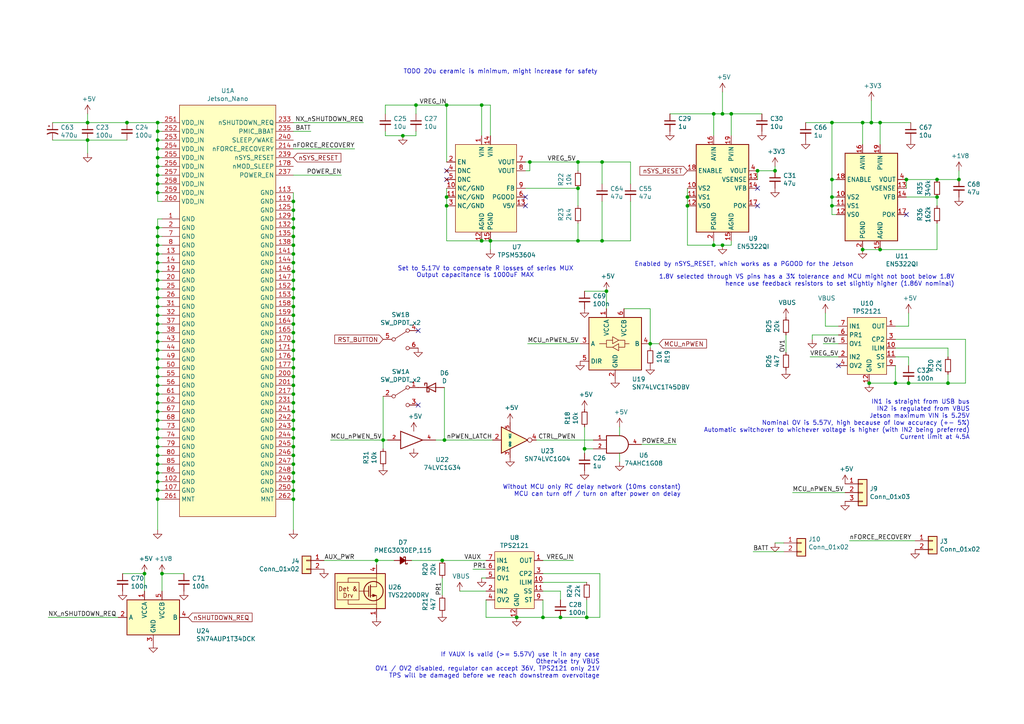
<source format=kicad_sch>
(kicad_sch (version 20200714) (host eeschema "5.99.0-unknown-6296b4e~102~ubuntu18.04.1")
  (page 1 6)
  (paper "A4")
  (junction (at 25.4 35.56))
  (junction (at 25.4 40.64))
  (junction (at 36.83 35.56))
  (junction (at 41.91 166.37))
  (junction (at 45.72 35.56))
  (junction (at 45.72 38.1))
  (junction (at 45.72 40.64))
  (junction (at 45.72 43.18))
  (junction (at 45.72 45.72))
  (junction (at 45.72 48.26))
  (junction (at 45.72 50.8))
  (junction (at 45.72 53.34))
  (junction (at 45.72 55.88))
  (junction (at 45.72 66.04))
  (junction (at 45.72 68.58))
  (junction (at 45.72 71.12))
  (junction (at 45.72 73.66))
  (junction (at 45.72 76.2))
  (junction (at 45.72 78.74))
  (junction (at 45.72 81.28))
  (junction (at 45.72 83.82))
  (junction (at 45.72 86.36))
  (junction (at 45.72 88.9))
  (junction (at 45.72 91.44))
  (junction (at 45.72 93.98))
  (junction (at 45.72 96.52))
  (junction (at 45.72 99.06))
  (junction (at 45.72 101.6))
  (junction (at 45.72 104.14))
  (junction (at 45.72 106.68))
  (junction (at 45.72 109.22))
  (junction (at 45.72 111.76))
  (junction (at 45.72 114.3))
  (junction (at 45.72 116.84))
  (junction (at 45.72 119.38))
  (junction (at 45.72 121.92))
  (junction (at 45.72 124.46))
  (junction (at 45.72 127))
  (junction (at 45.72 129.54))
  (junction (at 45.72 132.08))
  (junction (at 45.72 134.62))
  (junction (at 45.72 137.16))
  (junction (at 45.72 139.7))
  (junction (at 45.72 142.24))
  (junction (at 45.72 144.78))
  (junction (at 46.99 166.37))
  (junction (at 85.09 58.42))
  (junction (at 85.09 60.96))
  (junction (at 85.09 63.5))
  (junction (at 85.09 66.04))
  (junction (at 85.09 68.58))
  (junction (at 85.09 71.12))
  (junction (at 85.09 73.66))
  (junction (at 85.09 76.2))
  (junction (at 85.09 78.74))
  (junction (at 85.09 81.28))
  (junction (at 85.09 83.82))
  (junction (at 85.09 86.36))
  (junction (at 85.09 88.9))
  (junction (at 85.09 91.44))
  (junction (at 85.09 93.98))
  (junction (at 85.09 96.52))
  (junction (at 85.09 99.06))
  (junction (at 85.09 101.6))
  (junction (at 85.09 104.14))
  (junction (at 85.09 106.68))
  (junction (at 85.09 109.22))
  (junction (at 85.09 111.76))
  (junction (at 85.09 114.3))
  (junction (at 85.09 116.84))
  (junction (at 85.09 119.38))
  (junction (at 85.09 121.92))
  (junction (at 85.09 124.46))
  (junction (at 85.09 127))
  (junction (at 85.09 129.54))
  (junction (at 85.09 132.08))
  (junction (at 85.09 134.62))
  (junction (at 85.09 137.16))
  (junction (at 85.09 139.7))
  (junction (at 85.09 142.24))
  (junction (at 85.09 144.78))
  (junction (at 109.22 162.56))
  (junction (at 111.125 127.635))
  (junction (at 116.84 39.37))
  (junction (at 120.65 30.48))
  (junction (at 128.27 162.56))
  (junction (at 128.905 127.635))
  (junction (at 129.54 30.48))
  (junction (at 129.54 57.15))
  (junction (at 129.54 59.69))
  (junction (at 139.7 30.48))
  (junction (at 139.7 69.85))
  (junction (at 142.24 69.85))
  (junction (at 149.86 179.07))
  (junction (at 153.67 46.99))
  (junction (at 157.48 179.07))
  (junction (at 162.56 179.07))
  (junction (at 167.64 46.99))
  (junction (at 167.64 54.61))
  (junction (at 167.64 69.85))
  (junction (at 169.545 130.175))
  (junction (at 170.18 179.07))
  (junction (at 174.625 46.99))
  (junction (at 174.625 69.85))
  (junction (at 175.895 84.455))
  (junction (at 188.595 99.695))
  (junction (at 199.39 57.15))
  (junction (at 199.39 59.69))
  (junction (at 207.01 33.02))
  (junction (at 207.01 71.12))
  (junction (at 209.55 33.02))
  (junction (at 209.55 71.12))
  (junction (at 212.09 33.02))
  (junction (at 219.71 49.53))
  (junction (at 224.79 49.53))
  (junction (at 241.3 35.56))
  (junction (at 241.3 52.07))
  (junction (at 241.3 57.15))
  (junction (at 241.3 59.69))
  (junction (at 250.19 35.56))
  (junction (at 250.19 72.39))
  (junction (at 252.095 111.125))
  (junction (at 252.73 35.56))
  (junction (at 255.27 35.56))
  (junction (at 255.27 72.39))
  (junction (at 259.715 111.125))
  (junction (at 262.89 52.07))
  (junction (at 263.525 111.125))
  (junction (at 271.78 52.07))
  (junction (at 271.78 57.15))
  (junction (at 274.955 111.125))
  (junction (at 278.13 52.07))
  (no_connect (at 152.4 59.69))
  (no_connect (at 152.4 57.15))
  (no_connect (at 129.54 52.07))
  (no_connect (at 219.71 59.69))
  (no_connect (at 219.71 54.61))
  (no_connect (at 243.205 106.045))
  (no_connect (at 262.89 62.23))
  (no_connect (at 121.285 117.475))
  (no_connect (at 129.54 49.53))
  (no_connect (at 121.285 95.885))
  (wire (pts (xy 13.97 179.07) (xy 34.29 179.07)))
  (wire (pts (xy 15.24 35.56) (xy 25.4 35.56)))
  (wire (pts (xy 15.24 40.64) (xy 25.4 40.64)))
  (wire (pts (xy 25.4 33.02) (xy 25.4 35.56)))
  (wire (pts (xy 25.4 35.56) (xy 36.83 35.56)))
  (wire (pts (xy 25.4 40.64) (xy 25.4 44.45)))
  (wire (pts (xy 25.4 40.64) (xy 36.83 40.64)))
  (wire (pts (xy 35.56 166.37) (xy 41.91 166.37)))
  (wire (pts (xy 36.83 35.56) (xy 45.72 35.56)))
  (wire (pts (xy 41.91 166.37) (xy 41.91 171.45)))
  (wire (pts (xy 45.72 35.56) (xy 45.72 38.1)))
  (wire (pts (xy 45.72 35.56) (xy 46.99 35.56)))
  (wire (pts (xy 45.72 38.1) (xy 45.72 40.64)))
  (wire (pts (xy 45.72 38.1) (xy 46.99 38.1)))
  (wire (pts (xy 45.72 40.64) (xy 45.72 43.18)))
  (wire (pts (xy 45.72 40.64) (xy 46.99 40.64)))
  (wire (pts (xy 45.72 43.18) (xy 45.72 45.72)))
  (wire (pts (xy 45.72 43.18) (xy 46.99 43.18)))
  (wire (pts (xy 45.72 45.72) (xy 45.72 48.26)))
  (wire (pts (xy 45.72 45.72) (xy 46.99 45.72)))
  (wire (pts (xy 45.72 48.26) (xy 45.72 50.8)))
  (wire (pts (xy 45.72 48.26) (xy 46.99 48.26)))
  (wire (pts (xy 45.72 50.8) (xy 45.72 53.34)))
  (wire (pts (xy 45.72 50.8) (xy 46.99 50.8)))
  (wire (pts (xy 45.72 53.34) (xy 45.72 55.88)))
  (wire (pts (xy 45.72 53.34) (xy 46.99 53.34)))
  (wire (pts (xy 45.72 55.88) (xy 45.72 58.42)))
  (wire (pts (xy 45.72 55.88) (xy 46.99 55.88)))
  (wire (pts (xy 45.72 58.42) (xy 46.99 58.42)))
  (wire (pts (xy 45.72 63.5) (xy 45.72 66.04)))
  (wire (pts (xy 45.72 63.5) (xy 46.99 63.5)))
  (wire (pts (xy 45.72 66.04) (xy 45.72 68.58)))
  (wire (pts (xy 45.72 66.04) (xy 46.99 66.04)))
  (wire (pts (xy 45.72 68.58) (xy 45.72 71.12)))
  (wire (pts (xy 45.72 68.58) (xy 46.99 68.58)))
  (wire (pts (xy 45.72 71.12) (xy 45.72 73.66)))
  (wire (pts (xy 45.72 71.12) (xy 46.99 71.12)))
  (wire (pts (xy 45.72 73.66) (xy 45.72 76.2)))
  (wire (pts (xy 45.72 73.66) (xy 46.99 73.66)))
  (wire (pts (xy 45.72 76.2) (xy 45.72 78.74)))
  (wire (pts (xy 45.72 76.2) (xy 46.99 76.2)))
  (wire (pts (xy 45.72 78.74) (xy 45.72 81.28)))
  (wire (pts (xy 45.72 78.74) (xy 46.99 78.74)))
  (wire (pts (xy 45.72 81.28) (xy 45.72 83.82)))
  (wire (pts (xy 45.72 81.28) (xy 46.99 81.28)))
  (wire (pts (xy 45.72 83.82) (xy 45.72 86.36)))
  (wire (pts (xy 45.72 83.82) (xy 46.99 83.82)))
  (wire (pts (xy 45.72 86.36) (xy 45.72 88.9)))
  (wire (pts (xy 45.72 86.36) (xy 46.99 86.36)))
  (wire (pts (xy 45.72 88.9) (xy 45.72 91.44)))
  (wire (pts (xy 45.72 88.9) (xy 46.99 88.9)))
  (wire (pts (xy 45.72 91.44) (xy 45.72 93.98)))
  (wire (pts (xy 45.72 91.44) (xy 46.99 91.44)))
  (wire (pts (xy 45.72 93.98) (xy 45.72 96.52)))
  (wire (pts (xy 45.72 93.98) (xy 46.99 93.98)))
  (wire (pts (xy 45.72 96.52) (xy 45.72 99.06)))
  (wire (pts (xy 45.72 96.52) (xy 46.99 96.52)))
  (wire (pts (xy 45.72 99.06) (xy 45.72 101.6)))
  (wire (pts (xy 45.72 99.06) (xy 46.99 99.06)))
  (wire (pts (xy 45.72 101.6) (xy 45.72 104.14)))
  (wire (pts (xy 45.72 101.6) (xy 46.99 101.6)))
  (wire (pts (xy 45.72 104.14) (xy 45.72 106.68)))
  (wire (pts (xy 45.72 104.14) (xy 46.99 104.14)))
  (wire (pts (xy 45.72 106.68) (xy 45.72 109.22)))
  (wire (pts (xy 45.72 106.68) (xy 46.99 106.68)))
  (wire (pts (xy 45.72 109.22) (xy 45.72 111.76)))
  (wire (pts (xy 45.72 109.22) (xy 46.99 109.22)))
  (wire (pts (xy 45.72 111.76) (xy 45.72 114.3)))
  (wire (pts (xy 45.72 111.76) (xy 46.99 111.76)))
  (wire (pts (xy 45.72 114.3) (xy 45.72 116.84)))
  (wire (pts (xy 45.72 114.3) (xy 46.99 114.3)))
  (wire (pts (xy 45.72 116.84) (xy 45.72 119.38)))
  (wire (pts (xy 45.72 116.84) (xy 46.99 116.84)))
  (wire (pts (xy 45.72 119.38) (xy 45.72 121.92)))
  (wire (pts (xy 45.72 119.38) (xy 46.99 119.38)))
  (wire (pts (xy 45.72 121.92) (xy 45.72 124.46)))
  (wire (pts (xy 45.72 121.92) (xy 46.99 121.92)))
  (wire (pts (xy 45.72 124.46) (xy 45.72 127)))
  (wire (pts (xy 45.72 124.46) (xy 46.99 124.46)))
  (wire (pts (xy 45.72 127) (xy 45.72 129.54)))
  (wire (pts (xy 45.72 127) (xy 46.99 127)))
  (wire (pts (xy 45.72 129.54) (xy 45.72 132.08)))
  (wire (pts (xy 45.72 129.54) (xy 46.99 129.54)))
  (wire (pts (xy 45.72 132.08) (xy 45.72 134.62)))
  (wire (pts (xy 45.72 132.08) (xy 46.99 132.08)))
  (wire (pts (xy 45.72 134.62) (xy 45.72 137.16)))
  (wire (pts (xy 45.72 134.62) (xy 46.99 134.62)))
  (wire (pts (xy 45.72 137.16) (xy 45.72 139.7)))
  (wire (pts (xy 45.72 137.16) (xy 46.99 137.16)))
  (wire (pts (xy 45.72 139.7) (xy 45.72 142.24)))
  (wire (pts (xy 45.72 139.7) (xy 46.99 139.7)))
  (wire (pts (xy 45.72 142.24) (xy 45.72 144.78)))
  (wire (pts (xy 45.72 142.24) (xy 46.99 142.24)))
  (wire (pts (xy 45.72 144.78) (xy 45.72 153.67)))
  (wire (pts (xy 45.72 144.78) (xy 46.99 144.78)))
  (wire (pts (xy 46.99 166.37) (xy 46.99 171.45)))
  (wire (pts (xy 46.99 166.37) (xy 53.34 166.37)))
  (wire (pts (xy 85.09 35.56) (xy 105.41 35.56)))
  (wire (pts (xy 85.09 38.1) (xy 90.17 38.1)))
  (wire (pts (xy 85.09 43.18) (xy 102.87 43.18)))
  (wire (pts (xy 85.09 50.8) (xy 99.06 50.8)))
  (wire (pts (xy 85.09 55.88) (xy 85.09 58.42)))
  (wire (pts (xy 85.09 58.42) (xy 85.09 60.96)))
  (wire (pts (xy 85.09 60.96) (xy 85.09 63.5)))
  (wire (pts (xy 85.09 63.5) (xy 85.09 66.04)))
  (wire (pts (xy 85.09 66.04) (xy 85.09 68.58)))
  (wire (pts (xy 85.09 68.58) (xy 85.09 71.12)))
  (wire (pts (xy 85.09 71.12) (xy 85.09 73.66)))
  (wire (pts (xy 85.09 73.66) (xy 85.09 76.2)))
  (wire (pts (xy 85.09 76.2) (xy 85.09 78.74)))
  (wire (pts (xy 85.09 78.74) (xy 85.09 81.28)))
  (wire (pts (xy 85.09 81.28) (xy 85.09 83.82)))
  (wire (pts (xy 85.09 83.82) (xy 85.09 86.36)))
  (wire (pts (xy 85.09 86.36) (xy 85.09 88.9)))
  (wire (pts (xy 85.09 88.9) (xy 85.09 91.44)))
  (wire (pts (xy 85.09 91.44) (xy 85.09 93.98)))
  (wire (pts (xy 85.09 93.98) (xy 85.09 96.52)))
  (wire (pts (xy 85.09 96.52) (xy 85.09 99.06)))
  (wire (pts (xy 85.09 99.06) (xy 85.09 101.6)))
  (wire (pts (xy 85.09 101.6) (xy 85.09 104.14)))
  (wire (pts (xy 85.09 104.14) (xy 85.09 106.68)))
  (wire (pts (xy 85.09 106.68) (xy 85.09 109.22)))
  (wire (pts (xy 85.09 109.22) (xy 85.09 111.76)))
  (wire (pts (xy 85.09 111.76) (xy 85.09 114.3)))
  (wire (pts (xy 85.09 114.3) (xy 85.09 116.84)))
  (wire (pts (xy 85.09 116.84) (xy 85.09 119.38)))
  (wire (pts (xy 85.09 119.38) (xy 85.09 121.92)))
  (wire (pts (xy 85.09 121.92) (xy 85.09 124.46)))
  (wire (pts (xy 85.09 124.46) (xy 85.09 127)))
  (wire (pts (xy 85.09 127) (xy 85.09 129.54)))
  (wire (pts (xy 85.09 129.54) (xy 85.09 132.08)))
  (wire (pts (xy 85.09 132.08) (xy 85.09 134.62)))
  (wire (pts (xy 85.09 134.62) (xy 85.09 137.16)))
  (wire (pts (xy 85.09 137.16) (xy 85.09 139.7)))
  (wire (pts (xy 85.09 139.7) (xy 85.09 142.24)))
  (wire (pts (xy 85.09 142.24) (xy 85.09 144.78)))
  (wire (pts (xy 85.09 144.78) (xy 85.09 153.67)))
  (wire (pts (xy 93.98 162.56) (xy 109.22 162.56)))
  (wire (pts (xy 95.885 127.635) (xy 111.125 127.635)))
  (wire (pts (xy 109.22 162.56) (xy 109.22 163.83)))
  (wire (pts (xy 109.22 162.56) (xy 114.3 162.56)))
  (wire (pts (xy 111.125 114.935) (xy 111.125 127.635)))
  (wire (pts (xy 111.125 127.635) (xy 111.125 130.175)))
  (wire (pts (xy 111.125 127.635) (xy 112.395 127.635)))
  (wire (pts (xy 111.76 30.48) (xy 111.76 33.02)))
  (wire (pts (xy 111.76 39.37) (xy 111.76 38.1)))
  (wire (pts (xy 111.76 39.37) (xy 116.84 39.37)))
  (wire (pts (xy 116.84 39.37) (xy 120.65 39.37)))
  (wire (pts (xy 119.38 162.56) (xy 128.27 162.56)))
  (wire (pts (xy 120.65 30.48) (xy 111.76 30.48)))
  (wire (pts (xy 120.65 30.48) (xy 120.65 33.02)))
  (wire (pts (xy 120.65 39.37) (xy 120.65 38.1)))
  (wire (pts (xy 126.365 127.635) (xy 128.905 127.635)))
  (wire (pts (xy 128.27 162.56) (xy 140.97 162.56)))
  (wire (pts (xy 128.27 167.64) (xy 128.27 172.72)))
  (wire (pts (xy 128.905 127.635) (xy 128.905 112.395)))
  (wire (pts (xy 128.905 127.635) (xy 142.875 127.635)))
  (wire (pts (xy 129.54 30.48) (xy 120.65 30.48)))
  (wire (pts (xy 129.54 30.48) (xy 129.54 46.99)))
  (wire (pts (xy 129.54 54.61) (xy 129.54 57.15)))
  (wire (pts (xy 129.54 57.15) (xy 129.54 59.69)))
  (wire (pts (xy 129.54 59.69) (xy 129.54 69.85)))
  (wire (pts (xy 133.35 171.45) (xy 140.97 171.45)))
  (wire (pts (xy 137.16 165.1) (xy 140.97 165.1)))
  (wire (pts (xy 139.7 30.48) (xy 129.54 30.48)))
  (wire (pts (xy 139.7 39.37) (xy 139.7 30.48)))
  (wire (pts (xy 139.7 69.85) (xy 129.54 69.85)))
  (wire (pts (xy 139.7 167.64) (xy 140.97 167.64)))
  (wire (pts (xy 140.97 179.07) (xy 140.97 173.99)))
  (wire (pts (xy 142.24 30.48) (xy 139.7 30.48)))
  (wire (pts (xy 142.24 39.37) (xy 142.24 30.48)))
  (wire (pts (xy 142.24 69.85) (xy 139.7 69.85)))
  (wire (pts (xy 142.24 69.85) (xy 142.24 72.39)))
  (wire (pts (xy 149.86 179.07) (xy 140.97 179.07)))
  (wire (pts (xy 149.86 179.07) (xy 157.48 179.07)))
  (wire (pts (xy 152.4 46.99) (xy 153.67 46.99)))
  (wire (pts (xy 152.4 49.53) (xy 153.67 49.53)))
  (wire (pts (xy 152.4 54.61) (xy 167.64 54.61)))
  (wire (pts (xy 153.035 99.695) (xy 168.275 99.695)))
  (wire (pts (xy 153.67 46.99) (xy 167.64 46.99)))
  (wire (pts (xy 153.67 49.53) (xy 153.67 46.99)))
  (wire (pts (xy 155.575 127.635) (xy 172.085 127.635)))
  (wire (pts (xy 157.48 162.56) (xy 166.37 162.56)))
  (wire (pts (xy 157.48 166.37) (xy 173.99 166.37)))
  (wire (pts (xy 157.48 168.91) (xy 170.18 168.91)))
  (wire (pts (xy 157.48 171.45) (xy 162.56 171.45)))
  (wire (pts (xy 157.48 173.99) (xy 157.48 179.07)))
  (wire (pts (xy 157.48 179.07) (xy 162.56 179.07)))
  (wire (pts (xy 162.56 171.45) (xy 162.56 173.99)))
  (wire (pts (xy 162.56 179.07) (xy 170.18 179.07)))
  (wire (pts (xy 167.64 46.99) (xy 167.64 49.53)))
  (wire (pts (xy 167.64 46.99) (xy 174.625 46.99)))
  (wire (pts (xy 167.64 54.61) (xy 167.64 59.69)))
  (wire (pts (xy 167.64 64.77) (xy 167.64 69.85)))
  (wire (pts (xy 167.64 69.85) (xy 142.24 69.85)))
  (wire (pts (xy 167.64 69.85) (xy 174.625 69.85)))
  (wire (pts (xy 169.545 84.455) (xy 175.895 84.455)))
  (wire (pts (xy 169.545 123.825) (xy 169.545 130.175)))
  (wire (pts (xy 169.545 130.175) (xy 169.545 131.445)))
  (wire (pts (xy 169.545 130.175) (xy 172.085 130.175)))
  (wire (pts (xy 170.18 173.99) (xy 170.18 179.07)))
  (wire (pts (xy 170.18 179.07) (xy 173.99 179.07)))
  (wire (pts (xy 173.99 166.37) (xy 173.99 179.07)))
  (wire (pts (xy 174.625 46.99) (xy 182.88 46.99)))
  (wire (pts (xy 174.625 53.34) (xy 174.625 46.99)))
  (wire (pts (xy 174.625 58.42) (xy 174.625 69.85)))
  (wire (pts (xy 174.625 69.85) (xy 182.88 69.85)))
  (wire (pts (xy 175.895 84.455) (xy 175.895 89.535)))
  (wire (pts (xy 179.705 123.825) (xy 179.705 126.365)))
  (wire (pts (xy 179.705 131.445) (xy 179.705 133.985)))
  (wire (pts (xy 180.975 89.535) (xy 188.595 89.535)))
  (wire (pts (xy 182.88 46.99) (xy 182.88 53.34)))
  (wire (pts (xy 182.88 58.42) (xy 182.88 69.85)))
  (wire (pts (xy 186.055 128.905) (xy 196.215 128.905)))
  (wire (pts (xy 188.595 89.535) (xy 188.595 99.695)))
  (wire (pts (xy 188.595 99.695) (xy 188.595 100.965)))
  (wire (pts (xy 188.595 99.695) (xy 191.135 99.695)))
  (wire (pts (xy 194.31 33.02) (xy 207.01 33.02)))
  (wire (pts (xy 199.39 54.61) (xy 199.39 57.15)))
  (wire (pts (xy 199.39 57.15) (xy 199.39 59.69)))
  (wire (pts (xy 199.39 59.69) (xy 199.39 71.12)))
  (wire (pts (xy 199.39 71.12) (xy 207.01 71.12)))
  (wire (pts (xy 207.01 39.37) (xy 207.01 33.02)))
  (wire (pts (xy 207.01 69.85) (xy 207.01 71.12)))
  (wire (pts (xy 207.01 71.12) (xy 209.55 71.12)))
  (wire (pts (xy 209.55 26.67) (xy 209.55 33.02)))
  (wire (pts (xy 209.55 33.02) (xy 207.01 33.02)))
  (wire (pts (xy 209.55 71.12) (xy 212.09 71.12)))
  (wire (pts (xy 212.09 33.02) (xy 209.55 33.02)))
  (wire (pts (xy 212.09 33.02) (xy 220.98 33.02)))
  (wire (pts (xy 212.09 39.37) (xy 212.09 33.02)))
  (wire (pts (xy 212.09 69.85) (xy 212.09 71.12)))
  (wire (pts (xy 218.44 160.02) (xy 227.33 160.02)))
  (wire (pts (xy 219.71 49.53) (xy 219.71 52.07)))
  (wire (pts (xy 219.71 49.53) (xy 224.79 49.53)))
  (wire (pts (xy 224.79 48.26) (xy 224.79 49.53)))
  (wire (pts (xy 224.79 157.48) (xy 227.33 157.48)))
  (wire (pts (xy 227.965 97.155) (xy 227.965 102.235)))
  (wire (pts (xy 229.87 142.875) (xy 245.11 142.875)))
  (wire (pts (xy 233.68 35.56) (xy 241.3 35.56)))
  (wire (pts (xy 234.95 103.505) (xy 243.205 103.505)))
  (wire (pts (xy 235.585 97.155) (xy 243.205 97.155)))
  (wire (pts (xy 235.585 98.425) (xy 235.585 97.155)))
  (wire (pts (xy 238.76 99.695) (xy 243.205 99.695)))
  (wire (pts (xy 239.395 94.615) (xy 239.395 90.805)))
  (wire (pts (xy 241.3 35.56) (xy 241.3 52.07)))
  (wire (pts (xy 241.3 35.56) (xy 250.19 35.56)))
  (wire (pts (xy 241.3 52.07) (xy 241.3 57.15)))
  (wire (pts (xy 241.3 52.07) (xy 242.57 52.07)))
  (wire (pts (xy 241.3 57.15) (xy 241.3 59.69)))
  (wire (pts (xy 241.3 57.15) (xy 242.57 57.15)))
  (wire (pts (xy 241.3 59.69) (xy 241.3 62.23)))
  (wire (pts (xy 241.3 59.69) (xy 242.57 59.69)))
  (wire (pts (xy 241.3 62.23) (xy 242.57 62.23)))
  (wire (pts (xy 243.205 94.615) (xy 239.395 94.615)))
  (wire (pts (xy 246.38 156.845) (xy 265.43 156.845)))
  (wire (pts (xy 250.19 41.91) (xy 250.19 35.56)))
  (wire (pts (xy 250.19 72.39) (xy 255.27 72.39)))
  (wire (pts (xy 252.73 29.21) (xy 252.73 35.56)))
  (wire (pts (xy 252.73 35.56) (xy 250.19 35.56)))
  (wire (pts (xy 255.27 35.56) (xy 252.73 35.56)))
  (wire (pts (xy 255.27 35.56) (xy 264.16 35.56)))
  (wire (pts (xy 255.27 41.91) (xy 255.27 35.56)))
  (wire (pts (xy 255.27 72.39) (xy 271.78 72.39)))
  (wire (pts (xy 259.715 94.615) (xy 263.525 94.615)))
  (wire (pts (xy 259.715 98.425) (xy 280.035 98.425)))
  (wire (pts (xy 259.715 100.965) (xy 274.955 100.965)))
  (wire (pts (xy 259.715 103.505) (xy 263.525 103.505)))
  (wire (pts (xy 259.715 106.045) (xy 259.715 111.125)))
  (wire (pts (xy 259.715 111.125) (xy 252.095 111.125)))
  (wire (pts (xy 259.715 111.125) (xy 263.525 111.125)))
  (wire (pts (xy 262.89 52.07) (xy 262.89 54.61)))
  (wire (pts (xy 262.89 52.07) (xy 271.78 52.07)))
  (wire (pts (xy 262.89 57.15) (xy 271.78 57.15)))
  (wire (pts (xy 263.525 94.615) (xy 263.525 90.805)))
  (wire (pts (xy 263.525 103.505) (xy 263.525 106.045)))
  (wire (pts (xy 263.525 111.125) (xy 274.955 111.125)))
  (wire (pts (xy 271.78 52.07) (xy 278.13 52.07)))
  (wire (pts (xy 271.78 57.15) (xy 271.78 59.69)))
  (wire (pts (xy 271.78 64.77) (xy 271.78 72.39)))
  (wire (pts (xy 274.955 100.965) (xy 274.955 103.505)))
  (wire (pts (xy 274.955 111.125) (xy 274.955 108.585)))
  (wire (pts (xy 278.13 49.53) (xy 278.13 52.07)))
  (wire (pts (xy 280.035 98.425) (xy 280.035 111.125)))
  (wire (pts (xy 280.035 111.125) (xy 274.955 111.125)))
  (text "Output capacitance is 1000uF MAX" (at 154.94 80.645 180) (effects (font (size 1.27 1.27)) (justify right bottom)))
  (text "Set to 5.17V to compensate R losses of series MUX" (at 166.37 78.74 180) (effects (font (size 1.27 1.27)) (justify right bottom)))
  (text "TODO 20u ceramic is minimum, might increase for safety" (at 173.355 21.59 0) (effects (font (size 1.27 1.27)) (justify right bottom)))
  (text "If VAUX is valid (>= 5.57V) use it in any case\nOtherwise try VBUS\nOV1 / OV2 disabled, regulator can accept 36V, TPS2121 only 21V\nTPS will be damaged before we reach downstream overvoltage" (at 173.99 196.85 0) (effects (font (size 1.27 1.27)) (justify right bottom)))
  (text "Without MCU only RC delay network (10ms constant)\nMCU can turn off / turn on after power on delay" (at 197.485 144.145 0) (effects (font (size 1.27 1.27)) (justify right bottom)))
  (text "Enabled by nSYS_RESET, which works as a PGOOD for the Jetson" (at 247.65 77.47 0) (effects (font (size 1.27 1.27)) (justify right bottom)))
  (text "1.8V selected through VS pins has a 3% tolerance and MCU might not boot below 1.8V\nhence use feedback resistors to set slightly higher (1.86V nominal)" (at 276.86 83.185 0) (effects (font (size 1.27 1.27)) (justify right bottom)))
  (text "IN1 is straight from USB bus\nIN2 is regulated from VBUS\nJetson maximum VIN is 5.25V\nNominal OV is 5.57V, high because of low accuracy (+- 5%)\nAutomatic switchover to whichever voltage is higher (with IN2 being preferred)\nCurrent limit at 4.5A" (at 281.305 127.635 0) (effects (font (size 1.27 1.27)) (justify right bottom)))
  (label "NX_nSHUTDOWN_REQ" (at 13.97 179.07 0))
  (label "BATT" (at 90.17 38.1 180))
  (label "MCU_nPWEN_5V" (at 95.885 127.635 0))
  (label "POWER_EN" (at 99.06 50.8 180))
  (label "nFORCE_RECOVERY" (at 102.87 43.18 180))
  (label "AUX_PWR" (at 102.87 162.56 180))
  (label "NX_nSHUTDOWN_REQ" (at 105.41 35.56 180))
  (label "PR1" (at 128.27 172.72 90))
  (label "VREG_IN" (at 129.54 30.48 180))
  (label "nPWEN_LATCH" (at 129.54 127.635 0))
  (label "VAUX" (at 134.62 162.56 0))
  (label "PR1" (at 137.16 165.1 0))
  (label "MCU_nPWEN_5V" (at 153.035 99.695 0))
  (label "VREG_IN" (at 166.37 162.56 180))
  (label "VREG_5V" (at 167.005 46.99 180))
  (label "CTRL_PWEN" (at 167.005 127.635 180))
  (label "POWER_EN" (at 196.215 128.905 180))
  (label "BATT" (at 218.44 160.02 0))
  (label "OV1" (at 227.965 102.235 90))
  (label "MCU_nPWEN_5V" (at 229.87 142.875 0))
  (label "VREG_5V" (at 234.95 103.505 0))
  (label "OV1" (at 238.76 99.695 0))
  (label "nFORCE_RECOVERY" (at 246.38 156.845 0))
  (global_label "nSHUTDOWN_REQ" (shape input) (at 54.61 179.07 0))
  (global_label "nSYS_RESET" (shape input) (at 85.09 45.72 0))
  (global_label "RST_BUTTON" (shape input) (at 111.125 98.425 180))
  (global_label "MCU_nPWEN" (shape input) (at 191.135 99.695 0))
  (global_label "nSYS_RESET" (shape input) (at 199.39 49.53 180))
  (symbol (lib_id "power:+5V") (at 25.4 33.02 0) (unit 1)
    (property "Reference" "#PWR0146" (effects hide))
    (property "Value" "+5V" (at 25.781 28.702 0))
  )
  (symbol (lib_id "power:+5V") (at 41.91 166.37 0) (unit 1)
    (property "Reference" "#PWR0162" (effects hide))
    (property "Value" "+5V" (at 42.291 162.052 0))
  )
  (symbol (lib_id "power:+1V8") (at 46.99 166.37 0) (unit 1)
    (property "Reference" "#PWR0163" (effects hide))
    (property "Value" "+1V8" (at 47.3583 162.0456 0))
  )
  (symbol (lib_id "power:+5V") (at 120.015 125.095 0) (unit 1)
    (property "Reference" "#PWR0227" (effects hide))
    (property "Value" "+5V" (at 120.396 120.777 0))
  )
  (symbol (lib_id "power:VBUS") (at 133.35 171.45 0) (unit 1)
    (property "Reference" "#PWR0152" (effects hide))
    (property "Value" "VBUS" (at 133.731 167.132 0))
  )
  (symbol (lib_id "power:+5V") (at 147.955 122.555 0) (unit 1)
    (property "Reference" "#PWR0230" (effects hide))
    (property "Value" "+5V" (at 148.336 118.237 0))
  )
  (symbol (lib_id "power:+5V") (at 169.545 118.745 0) (unit 1)
    (property "Reference" "#PWR0174" (effects hide))
    (property "Value" "+5V" (at 169.926 114.427 0))
  )
  (symbol (lib_id "power:+5V") (at 175.895 84.455 0) (unit 1)
    (property "Reference" "#PWR0198" (effects hide))
    (property "Value" "+5V" (at 176.276 80.137 0))
  )
  (symbol (lib_id "power:+5V") (at 179.705 123.825 0) (unit 1)
    (property "Reference" "#PWR0196" (effects hide))
    (property "Value" "+5V" (at 180.086 119.507 0))
  )
  (symbol (lib_id "power:+5V") (at 209.55 26.67 0) (unit 1)
    (property "Reference" "#PWR0134" (effects hide))
    (property "Value" "+5V" (at 209.931 22.352 0))
  )
  (symbol (lib_id "power:+3V3") (at 224.79 48.26 0) (unit 1)
    (property "Reference" "#PWR0175" (effects hide))
    (property "Value" "+3V3" (at 225.171 43.942 0))
  )
  (symbol (lib_id "power:VBUS") (at 227.965 92.075 0) (unit 1)
    (property "Reference" "#PWR0158" (effects hide))
    (property "Value" "VBUS" (at 228.346 87.757 0))
  )
  (symbol (lib_id "power:VBUS") (at 239.395 90.805 0) (unit 1)
    (property "Reference" "#PWR0143" (effects hide))
    (property "Value" "VBUS" (at 239.776 86.487 0))
  )
  (symbol (lib_id "power:+5V") (at 245.11 140.335 0) (unit 1)
    (property "Reference" "#PWR0244" (effects hide))
    (property "Value" "+5V" (at 245.491 136.017 0))
  )
  (symbol (lib_id "power:+3V3") (at 252.73 29.21 0) (unit 1)
    (property "Reference" "#PWR0126" (effects hide))
    (property "Value" "+3V3" (at 253.111 24.892 0))
  )
  (symbol (lib_id "power:+5V") (at 263.525 90.805 0) (unit 1)
    (property "Reference" "#PWR0141" (effects hide))
    (property "Value" "+5V" (at 263.906 86.487 0))
  )
  (symbol (lib_id "power:+1V8") (at 278.13 49.53 0) (unit 1)
    (property "Reference" "#PWR0232" (effects hide))
    (property "Value" "+1V8" (at 278.4983 45.2056 0))
  )
  (symbol (lib_id "power:GND") (at 25.4 44.45 0) (unit 1)
    (property "Reference" "#PWR0147" (effects hide))
    (property "Value" "GND" (effects hide))
  )
  (symbol (lib_id "power:GND") (at 35.56 171.45 0) (unit 1)
    (property "Reference" "#PWR0139" (effects hide))
    (property "Value" "GND" (effects hide))
  )
  (symbol (lib_id "power:GND") (at 44.45 186.69 0) (unit 1)
    (property "Reference" "#PWR0164" (effects hide))
    (property "Value" "GND" (effects hide))
  )
  (symbol (lib_id "power:GND") (at 45.72 153.67 0) (unit 1)
    (property "Reference" "#PWR0102" (effects hide))
    (property "Value" "GND" (effects hide))
  )
  (symbol (lib_id "power:GND") (at 53.34 171.45 0) (unit 1)
    (property "Reference" "#PWR0140" (effects hide))
    (property "Value" "GND" (effects hide))
  )
  (symbol (lib_id "power:GND") (at 85.09 153.67 0) (unit 1)
    (property "Reference" "#PWR0101" (effects hide))
    (property "Value" "GND" (effects hide))
  )
  (symbol (lib_id "power:GND") (at 93.98 165.1 0) (unit 1)
    (property "Reference" "#PWR0151" (effects hide))
    (property "Value" "GND" (effects hide))
  )
  (symbol (lib_id "power:GND") (at 109.22 179.07 0) (unit 1)
    (property "Reference" "#PWR0242" (effects hide))
    (property "Value" "GND" (effects hide))
  )
  (symbol (lib_id "power:GND") (at 111.125 135.255 0) (unit 1)
    (property "Reference" "#PWR0228" (effects hide))
    (property "Value" "GND" (effects hide))
  )
  (symbol (lib_id "power:GND") (at 116.84 39.37 0) (unit 1)
    (property "Reference" "#PWR0156" (effects hide))
    (property "Value" "GND" (effects hide))
  )
  (symbol (lib_id "power:GND") (at 120.015 130.175 0) (unit 1)
    (property "Reference" "#PWR0229" (effects hide))
    (property "Value" "GND" (effects hide))
  )
  (symbol (lib_id "power:GND") (at 121.285 100.965 0) (unit 1)
    (property "Reference" "#PWR0132" (effects hide))
    (property "Value" "GND" (effects hide))
  )
  (symbol (lib_id "power:GND") (at 128.27 177.8 0) (unit 1)
    (property "Reference" "#PWR0155" (effects hide))
    (property "Value" "GND" (effects hide))
  )
  (symbol (lib_id "power:GND") (at 139.7 167.64 0) (unit 1)
    (property "Reference" "#PWR0222" (effects hide))
    (property "Value" "GND" (effects hide))
  )
  (symbol (lib_id "power:GND") (at 142.24 72.39 0) (unit 1)
    (property "Reference" "#PWR0157" (effects hide))
    (property "Value" "GND" (effects hide))
  )
  (symbol (lib_id "power:GND") (at 147.955 132.715 0) (unit 1)
    (property "Reference" "#PWR0231" (effects hide))
    (property "Value" "GND" (effects hide))
  )
  (symbol (lib_id "power:GND") (at 149.86 179.07 0) (unit 1)
    (property "Reference" "#PWR0150" (effects hide))
    (property "Value" "GND" (effects hide))
  )
  (symbol (lib_id "power:GND") (at 168.275 104.775 0) (unit 1)
    (property "Reference" "#PWR0223" (effects hide))
    (property "Value" "GND" (effects hide))
  )
  (symbol (lib_id "power:GND") (at 169.545 89.535 0) (unit 1)
    (property "Reference" "#PWR0224" (effects hide))
    (property "Value" "GND" (effects hide))
  )
  (symbol (lib_id "power:GND") (at 169.545 136.525 0) (unit 1)
    (property "Reference" "#PWR0148" (effects hide))
    (property "Value" "GND" (effects hide))
  )
  (symbol (lib_id "power:GND") (at 178.435 109.855 0) (unit 1)
    (property "Reference" "#PWR0225" (effects hide))
    (property "Value" "GND" (effects hide))
  )
  (symbol (lib_id "power:GND") (at 179.705 133.985 0) (unit 1)
    (property "Reference" "#PWR0149" (effects hide))
    (property "Value" "GND" (effects hide))
  )
  (symbol (lib_id "power:GND") (at 188.595 106.045 0) (unit 1)
    (property "Reference" "#PWR0226" (effects hide))
    (property "Value" "GND" (effects hide))
  )
  (symbol (lib_id "power:GND") (at 194.31 38.1 0) (unit 1)
    (property "Reference" "#PWR0160" (effects hide))
    (property "Value" "GND" (effects hide))
  )
  (symbol (lib_id "power:GND") (at 209.55 71.12 0) (unit 1)
    (property "Reference" "#PWR0131" (effects hide))
    (property "Value" "GND" (effects hide))
  )
  (symbol (lib_id "power:GND") (at 220.98 38.1 0) (unit 1)
    (property "Reference" "#PWR0176" (effects hide))
    (property "Value" "GND" (effects hide))
  )
  (symbol (lib_id "power:GND") (at 224.79 54.61 0) (unit 1)
    (property "Reference" "#PWR0177" (effects hide))
    (property "Value" "GND" (effects hide))
  )
  (symbol (lib_id "power:GND") (at 224.79 157.48 0) (unit 1)
    (property "Reference" "#PWR0241" (effects hide))
    (property "Value" "GND" (effects hide))
  )
  (symbol (lib_id "power:GND") (at 227.965 107.315 0) (unit 1)
    (property "Reference" "#PWR0154" (effects hide))
    (property "Value" "GND" (effects hide))
  )
  (symbol (lib_id "power:GND") (at 233.68 40.64 0) (unit 1)
    (property "Reference" "#PWR0169" (effects hide))
    (property "Value" "GND" (effects hide))
  )
  (symbol (lib_id "power:GND") (at 235.585 98.425 0) (unit 1)
    (property "Reference" "#PWR0144" (effects hide))
    (property "Value" "GND" (effects hide))
  )
  (symbol (lib_id "power:GND") (at 245.11 145.415 0) (unit 1)
    (property "Reference" "#PWR0245" (effects hide))
    (property "Value" "GND" (effects hide))
  )
  (symbol (lib_id "power:GND") (at 250.19 72.39 0) (unit 1)
    (property "Reference" "#PWR0136" (effects hide))
    (property "Value" "GND" (effects hide))
  )
  (symbol (lib_id "power:GND") (at 252.095 111.125 0) (unit 1)
    (property "Reference" "#PWR0142" (effects hide))
    (property "Value" "GND" (effects hide))
  )
  (symbol (lib_id "power:GND") (at 264.16 40.64 0) (unit 1)
    (property "Reference" "#PWR0138" (effects hide))
    (property "Value" "GND" (effects hide))
  )
  (symbol (lib_id "power:GND") (at 265.43 159.385 0) (unit 1)
    (property "Reference" "#PWR0130" (effects hide))
    (property "Value" "GND" (effects hide))
  )
  (symbol (lib_id "power:GND") (at 278.13 57.15 0) (unit 1)
    (property "Reference" "#PWR0137" (effects hide))
    (property "Value" "GND" (effects hide))
  )
  (symbol (lib_id "Device:R_Small") (at 111.125 132.715 0) (unit 1)
    (property "Reference" "R31" (at 106.172 132.715 90))
    (property "Value" "10k" (at 108.4834 132.715 90))
    (property "Footprint" "Resistor_SMD:R_0402_1005Metric" (effects hide))
    (property "D1N" "Digikey" (effects hide))
    (property "D1PN" "P10KDECT-ND" (effects hide))
    (property "MFN" "Panasonic" (effects hide))
    (property "MPN" "ERA-2AED103X" (effects hide))
  )
  (symbol (lib_name "Device:R_Small_5") (lib_id "Device:R_Small") (at 128.27 165.1 0) (unit 1)
    (property "Reference" "R20" (at 123.317 165.1 90))
    (property "Value" "20k" (at 125.6284 165.1 90))
    (property "Footprint" "Resistor_SMD:R_0402_1005Metric" (effects hide))
    (property "D1N" "Digikey" (effects hide))
    (property "D1PN" "P20KDECT-ND" (effects hide))
    (property "MFN" "Panasonic" (effects hide))
    (property "MPN" "ERA-2AED203X" (effects hide))
  )
  (symbol (lib_name "Device:R_Small_6") (lib_id "Device:R_Small") (at 128.27 175.26 0) (unit 1)
    (property "Reference" "R21" (at 123.317 175.26 90))
    (property "Value" "4k7" (at 125.6284 175.26 90))
    (property "Footprint" "Resistor_SMD:R_0402_1005Metric" (effects hide))
    (property "D1N" "Digikey" (effects hide))
    (property "D1PN" "P4.70KLCT-ND" (effects hide))
    (property "MFN" "Panasonic" (effects hide))
    (property "MPN" "ERJ-2RKF4701X" (effects hide))
  )
  (symbol (lib_id "Device:R_Small") (at 167.64 52.07 0) (unit 1)
    (property "Reference" "R22" (at 162.687 52.07 90))
    (property "Value" "10k" (at 164.9984 52.07 90))
    (property "Footprint" "Resistor_SMD:R_0402_1005Metric" (effects hide))
    (property "D1N" "Digikey" (effects hide))
    (property "D1PN" "P10KDECT-ND" (effects hide))
    (property "MFN" "Panasonic" (effects hide))
    (property "MPN" "ERA-2AED103X" (effects hide))
  )
  (symbol (lib_id "Device:R_Small") (at 167.64 62.23 0) (unit 1)
    (property "Reference" "R23" (at 162.687 62.23 90))
    (property "Value" "2k4" (at 164.9984 62.23 90))
    (property "Footprint" "Resistor_SMD:R_0402_1005Metric" (effects hide))
    (property "D1N" "Digikey" (effects hide))
    (property "D1PN" "P2.4KDECT-ND" (effects hide))
    (property "MFN" "Panasonic" (effects hide))
    (property "MPN" "ERA-2AED242X" (effects hide))
  )
  (symbol (lib_id "Device:R_Small") (at 169.545 121.285 0) (unit 1)
    (property "Reference" "R18" (at 164.592 121.285 90))
    (property "Value" "10k" (at 166.9034 121.285 90))
    (property "Footprint" "Resistor_SMD:R_0402_1005Metric" (effects hide))
    (property "D1N" "Digikey" (effects hide))
    (property "D1PN" "P10KDECT-ND" (effects hide))
    (property "MFN" "Panasonic" (effects hide))
    (property "MPN" "ERA-2AED103X" (effects hide))
  )
  (symbol (lib_id "Device:R_Small") (at 170.18 171.45 0) (unit 1)
    (property "Reference" "R24" (at 165.227 171.45 90))
    (property "Value" "22k" (at 167.5384 171.45 90))
    (property "Footprint" "Resistor_SMD:R_0402_1005Metric" (effects hide))
    (property "D1N" "Digikey" (effects hide))
    (property "D1PN" "P22.0KLCT-ND" (effects hide))
    (property "MFN" "Panasonic" (effects hide))
    (property "MPN" "ERJ-2RKF2202X" (effects hide))
  )
  (symbol (lib_id "Device:R_Small") (at 188.595 103.505 180) (unit 1)
    (property "Reference" "R19" (at 193.548 103.505 90))
    (property "Value" "10k" (at 191.2366 103.505 90))
    (property "Footprint" "Resistor_SMD:R_0402_1005Metric" (effects hide))
    (property "D1N" "Digikey" (effects hide))
    (property "D1PN" "P10KDECT-ND" (effects hide))
    (property "MFN" "Panasonic" (effects hide))
    (property "MPN" "ERA-2AED103X" (effects hide))
  )
  (symbol (lib_name "Device:R_Small_3") (lib_id "Device:R_Small") (at 227.965 94.615 0) (unit 1)
    (property "Reference" "R25" (at 223.012 94.615 90))
    (property "Value" "20k" (at 225.323 94.615 90))
    (property "Footprint" "Resistor_SMD:R_0402_1005Metric" (effects hide))
    (property "D1N" "Digikey" (effects hide))
    (property "D1PN" "P20KDECT-ND" (effects hide))
    (property "MFN" "Panasonic" (effects hide))
    (property "MPN" "ERA-2AED203X" (effects hide))
  )
  (symbol (lib_name "Device:R_Small_4") (lib_id "Device:R_Small") (at 227.965 104.775 0) (unit 1)
    (property "Reference" "R26" (at 223.012 104.775 90))
    (property "Value" "4k7" (at 225.3234 104.775 90))
    (property "Footprint" "Resistor_SMD:R_0402_1005Metric" (effects hide))
    (property "D1N" "Digikey" (effects hide))
    (property "D1PN" "P4.70KLCT-ND" (effects hide))
    (property "MFN" "Panasonic" (effects hide))
    (property "MPN" "ERJ-2RKF4701X" (effects hide))
  )
  (symbol (lib_name "Device:R_Small_1") (lib_id "Device:R_Small") (at 271.78 54.61 0) (unit 1)
    (property "Reference" "R35" (at 266.827 54.61 90))
    (property "Value" "340k" (at 269.1384 54.61 90))
    (property "Footprint" "Resistor_SMD:R_0402_1005Metric" (effects hide))
    (property "D1N" "Digikey" (effects hide))
    (property "D1PN" "P340KLCT-ND" (effects hide))
    (property "MFN" "Panasonic" (effects hide))
    (property "MPN" "ERJ-2RKF3403X" (effects hide))
  )
  (symbol (lib_name "Device:R_Small_2") (lib_id "Device:R_Small") (at 271.78 62.23 0) (unit 1)
    (property "Reference" "R36" (at 266.827 62.23 90))
    (property "Value" "162k" (at 269.1384 62.23 90))
    (property "Footprint" "Resistor_SMD:R_0402_1005Metric" (effects hide))
    (property "D1N" "Digikey" (effects hide))
    (property "D1PN" "P162KLCT-ND" (effects hide))
    (property "MFN" "Panasonic" (effects hide))
    (property "MPN" "ERJ-2RKF1623X" (effects hide))
  )
  (symbol (lib_id "Device:R_Small") (at 274.955 106.045 0) (unit 1)
    (property "Reference" "R30" (at 270.002 106.045 90))
    (property "Value" "22k" (at 272.3134 106.045 90))
    (property "Footprint" "Resistor_SMD:R_0402_1005Metric" (effects hide))
    (property "D1N" "Digikey" (effects hide))
    (property "D1PN" "P22.0KLCT-ND" (effects hide))
    (property "MFN" "Panasonic" (effects hide))
    (property "MPN" "ERJ-2RKF2202X" (effects hide))
  )
  (symbol (lib_id "Device:D_Schottky_Small_ALT") (at 116.84 162.56 180) (unit 1)
    (property "Reference" "D7" (at 116.84 157.3338 0))
    (property "Value" "PMEG3030EP,115" (at 116.84 159.6325 0))
    (property "Footprint" "Diode_SMD:D_SOD-128" (effects hide))
    (property "D1N" "Digikey" (effects hide))
    (property "D1PN" "1727-5324-1-ND" (effects hide))
    (property "MFN" "Nexperia" (effects hide))
    (property "MPN" "PMEG3030EP,115" (effects hide))
  )
  (symbol (lib_id "Device:CP1_Small") (at 15.24 38.1 0) (unit 1)
    (property "Reference" "C63" (at 17.5514 36.957 0) (effects (justify left)))
    (property "Value" "470u" (at 17.5514 39.243 0) (effects (justify left)))
    (property "Footprint" "Capacitor_SMD:CP_Elec_6.3x7.7" (effects hide))
    (property "D1N" "Digikey" (effects hide))
    (property "D1PN" "P15096CT-ND" (effects hide))
    (property "MFN" "Panasonic" (effects hide))
    (property "MPN" "EEE-FTJ471XAP" (effects hide))
  )
  (symbol (lib_id "Device:C_Small") (at 25.4 38.1 0) (unit 1)
    (property "Reference" "C23" (at 27.7368 36.957 0) (effects (justify left)))
    (property "Value" "100u" (at 27.7368 39.243 0) (effects (justify left)))
    (property "Footprint" "Capacitor_SMD:C_1206_3216Metric" (effects hide))
    (property "D1N" "Digikey" (effects hide))
    (property "D1PN" "445-6007-1-ND" (effects hide))
    (property "MFN" "TDK" (effects hide))
    (property "MPN" "C3216X5R1A107M160AC" (effects hide))
  )
  (symbol (lib_id "Device:C_Small") (at 35.56 168.91 0) (unit 1)
    (property "Reference" "C70" (at 37.8968 167.767 0) (effects (justify left)))
    (property "Value" "100n" (at 37.8968 170.053 0) (effects (justify left)))
    (property "Footprint" "Capacitor_SMD:C_0402_1005Metric" (effects hide))
    (property "D1N" "Digikey" (effects hide))
    (property "D1PN" "1276-1004-1-ND" (effects hide))
    (property "MFN" "Samsung" (effects hide))
    (property "MPN" "CL05F104ZO5NNNC" (effects hide))
  )
  (symbol (lib_id "Device:C_Small") (at 36.83 38.1 0) (unit 1)
    (property "Reference" "C24" (at 39.1668 36.957 0) (effects (justify left)))
    (property "Value" "100u" (at 39.1668 39.243 0) (effects (justify left)))
    (property "Footprint" "Capacitor_SMD:C_1206_3216Metric" (effects hide))
    (property "D1N" "Digikey" (effects hide))
    (property "D1PN" "445-6007-1-ND" (effects hide))
    (property "MFN" "TDK" (effects hide))
    (property "MPN" "C3216X5R1A107M160AC" (effects hide))
  )
  (symbol (lib_id "Device:C_Small") (at 53.34 168.91 0) (unit 1)
    (property "Reference" "C71" (at 55.6768 167.767 0) (effects (justify left)))
    (property "Value" "100n" (at 55.6768 170.053 0) (effects (justify left)))
    (property "Footprint" "Capacitor_SMD:C_0402_1005Metric" (effects hide))
    (property "D1N" "Digikey" (effects hide))
    (property "D1PN" "1276-1004-1-ND" (effects hide))
    (property "MFN" "Samsung" (effects hide))
    (property "MPN" "CL05F104ZO5NNNC" (effects hide))
  )
  (symbol (lib_id "Device:C_Small") (at 111.76 35.56 0) (unit 1)
    (property "Reference" "C25" (at 114.0968 34.417 0) (effects (justify left)))
    (property "Value" "10u" (at 114.0968 36.703 0) (effects (justify left)))
    (property "Footprint" "Capacitor_SMD:C_1206_3216Metric" (effects hide))
    (property "D1N" "Digikey" (effects hide))
    (property "D1PN" "399-8153-1-ND" (effects hide))
    (property "MFN" "KEMET" (effects hide))
    (property "MPN" "C1206C106M3PACTU" (effects hide))
  )
  (symbol (lib_id "Device:C_Small") (at 120.65 35.56 0) (unit 1)
    (property "Reference" "C27" (at 122.9868 34.417 0) (effects (justify left)))
    (property "Value" "10u" (at 122.9868 36.703 0) (effects (justify left)))
    (property "Footprint" "Capacitor_SMD:C_1206_3216Metric" (effects hide))
    (property "D1N" "Digikey" (effects hide))
    (property "D1PN" "399-8153-1-ND" (effects hide))
    (property "MFN" "KEMET" (effects hide))
    (property "MPN" "C1206C106M3PACTU" (effects hide))
  )
  (symbol (lib_id "Device:C_Small") (at 162.56 176.53 0) (unit 1)
    (property "Reference" "C28" (at 164.8968 175.387 0) (effects (justify left)))
    (property "Value" "100n" (at 164.8968 177.673 0) (effects (justify left)))
    (property "Footprint" "Capacitor_SMD:C_0402_1005Metric" (effects hide))
    (property "D1N" "Digikey" (effects hide))
    (property "D1PN" "1276-1004-1-ND" (effects hide))
    (property "MFN" "Samsung" (effects hide))
    (property "MPN" "CL05F104ZO5NNNC" (effects hide))
  )
  (symbol (lib_id "Device:C_Small") (at 169.545 86.995 0) (unit 1)
    (property "Reference" "C69" (at 171.8818 85.852 0) (effects (justify left)))
    (property "Value" "100n" (at 171.8818 88.138 0) (effects (justify left)))
    (property "Footprint" "Capacitor_SMD:C_0402_1005Metric" (effects hide))
    (property "D1N" "Digikey" (effects hide))
    (property "D1PN" "1276-1004-1-ND" (effects hide))
    (property "MFN" "Samsung" (effects hide))
    (property "MPN" "CL05F104ZO5NNNC" (effects hide))
  )
  (symbol (lib_id "Device:C_Small") (at 169.545 133.985 0) (unit 1)
    (property "Reference" "C26" (at 171.8818 132.842 0) (effects (justify left)))
    (property "Value" "1u" (at 171.8818 135.128 0) (effects (justify left)))
    (property "Footprint" "Capacitor_SMD:C_0402_1005Metric" (effects hide))
    (property "D1N" "Digikey" (effects hide))
    (property "D1PN" "1276-1445-1-ND" (effects hide))
    (property "MFN" "Samsung" (effects hide))
    (property "MPN" "CL05A105KA5NQNC" (effects hide))
  )
  (symbol (lib_id "Device:C_Small") (at 174.625 55.88 0) (unit 1)
    (property "Reference" "C64" (at 176.9618 54.737 0) (effects (justify left)))
    (property "Value" "47u" (at 176.9618 57.023 0) (effects (justify left)))
    (property "Footprint" "Capacitor_SMD:C_1206_3216Metric" (effects hide))
    (property "D1N" "Digikey" (effects hide))
    (property "D1PN" "490-9673-1-ND" (effects hide))
    (property "MFN" "Murata" (effects hide))
    (property "MPN" "GRM31CR61A476KE15L" (effects hide))
  )
  (symbol (lib_id "Device:C_Small") (at 182.88 55.88 0) (unit 1)
    (property "Reference" "C55" (at 185.2168 54.737 0) (effects (justify left)))
    (property "Value" "47u" (at 185.2168 57.023 0) (effects (justify left)))
    (property "Footprint" "Capacitor_SMD:C_1206_3216Metric" (effects hide))
    (property "D1N" "Digikey" (effects hide))
    (property "D1PN" "490-9673-1-ND" (effects hide))
    (property "MFN" "Murata" (effects hide))
    (property "MPN" "GRM31CR61A476KE15L" (effects hide))
  )
  (symbol (lib_id "Device:C_Small") (at 194.31 35.56 0) (unit 1)
    (property "Reference" "C29" (at 196.6468 34.417 0) (effects (justify left)))
    (property "Value" "1u" (at 196.6468 36.703 0) (effects (justify left)))
    (property "Footprint" "Capacitor_SMD:C_0402_1005Metric" (effects hide))
    (property "D1N" "Digikey" (effects hide))
    (property "D1PN" "1276-1445-1-ND" (effects hide))
    (property "MFN" "Samsung" (effects hide))
    (property "MPN" "CL05A105KA5NQNC" (effects hide))
  )
  (symbol (lib_id "Device:C_Small") (at 220.98 35.56 0) (unit 1)
    (property "Reference" "C30" (at 223.3168 34.417 0) (effects (justify left)))
    (property "Value" "10u" (at 223.3168 36.703 0) (effects (justify left)))
    (property "Footprint" "Capacitor_SMD:C_0805_2012Metric" (effects hide))
    (property "D1N" "Digikey" (effects hide))
    (property "D1PN" "399-4925-1-ND" (effects hide))
    (property "MFN" "Kemet" (effects hide))
    (property "MPN" "C0805C106K8PACTU" (effects hide))
  )
  (symbol (lib_id "Device:C_Small") (at 224.79 52.07 0) (unit 1)
    (property "Reference" "C31" (at 227.1268 50.927 0) (effects (justify left)))
    (property "Value" "47u" (at 227.1268 53.213 0) (effects (justify left)))
    (property "Footprint" "Capacitor_SMD:C_1206_3216Metric" (effects hide))
    (property "D1N" "Digikey" (effects hide))
    (property "D1PN" "490-9673-1-ND" (effects hide))
    (property "MFN" "Murata" (effects hide))
    (property "MPN" "GRM31CR61A476KE15L" (effects hide))
  )
  (symbol (lib_name "Device:C_Small_2") (lib_id "Device:C_Small") (at 233.68 38.1 0) (unit 1)
    (property "Reference" "C66" (at 236.017 36.957 0) (effects (justify left)))
    (property "Value" "1u" (at 236.0168 39.243 0) (effects (justify left)))
    (property "Footprint" "Capacitor_SMD:C_0402_1005Metric" (effects hide))
    (property "D1N" "Digikey" (effects hide))
    (property "D1PN" "1276-1445-1-ND" (effects hide))
    (property "MFN" "Samsung" (effects hide))
    (property "MPN" "CL05A105KA5NQNC" (effects hide))
  )
  (symbol (lib_id "Device:C_Small") (at 263.525 108.585 0) (unit 1)
    (property "Reference" "C32" (at 265.8618 107.442 0) (effects (justify left)))
    (property "Value" "100n" (at 265.8618 109.728 0) (effects (justify left)))
    (property "Footprint" "Capacitor_SMD:C_0402_1005Metric" (effects hide))
    (property "D1N" "Digikey" (effects hide))
    (property "D1PN" "1276-1004-1-ND" (effects hide))
    (property "MFN" "Samsung" (effects hide))
    (property "MPN" "CL05F104ZO5NNNC" (effects hide))
  )
  (symbol (lib_name "Device:C_Small_3") (lib_id "Device:C_Small") (at 264.16 38.1 0) (unit 1)
    (property "Reference" "C67" (at 266.497 36.957 0) (effects (justify left)))
    (property "Value" "10u" (at 266.4968 39.243 0) (effects (justify left)))
    (property "Footprint" "Capacitor_SMD:C_0805_2012Metric" (effects hide))
    (property "D1N" "Digikey" (effects hide))
    (property "D1PN" "399-4925-1-ND" (effects hide))
    (property "MFN" "Kemet" (effects hide))
    (property "MPN" "C0805C106K8PACTU" (effects hide))
  )
  (symbol (lib_name "Device:C_Small_1") (lib_id "Device:C_Small") (at 278.13 54.61 0) (unit 1)
    (property "Reference" "C68" (at 280.467 53.467 0) (effects (justify left)))
    (property "Value" "47u" (at 280.4668 55.753 0) (effects (justify left)))
    (property "Footprint" "Capacitor_SMD:C_1206_3216Metric" (effects hide))
    (property "D1N" "Digikey" (effects hide))
    (property "D1PN" "490-9673-1-ND" (effects hide))
    (property "MFN" "Murata" (effects hide))
    (property "MPN" "GRM31CR61A476KE15L" (effects hide))
  )
  (symbol (lib_id "Device:D_Schottky") (at 125.095 112.395 0) (unit 1)
    (property "Reference" "D6" (at 128.905 108.1848 0))
    (property "Value" "D" (at 128.905 110.4835 0))
    (property "Footprint" "Diode_SMD:D_0402_1005Metric" (effects hide))
    (property "D1N" "Digikey" (effects hide))
    (property "D1PN" "641-1271-1-ND" (effects hide))
    (property "MFN" "Comchip" (effects hide))
    (property "MPN" "CDBQR0130L" (effects hide))
  )
  (symbol (lib_name "Connector_Generic:Conn_01x02_1") (lib_id "Connector_Generic:Conn_01x02") (at 88.9 162.56 0) (mirror y) (unit 1)
    (property "Reference" "J4" (at 86.8679 162.7314 0) (effects (justify left)))
    (property "Value" "Conn_01x02" (at 86.8679 165.0301 0) (effects (justify left)))
    (property "Footprint" "Connector_Molex:Molex_Nano-Fit_105313-xx02_1x02_P2.50mm_Horizontal" (effects hide))
    (property "D1N" "Digikey" (effects hide))
    (property "D1PN" "WM15141-ND" (effects hide))
    (property "MFN" "Molex" (effects hide))
    (property "MPN" "1053131302" (effects hide))
  )
  (symbol (lib_name "Connector_Generic:Conn_01x02_2") (lib_id "Connector_Generic:Conn_01x02") (at 232.41 157.48 0) (unit 1)
    (property "Reference" "J10" (at 234.4421 156.3814 0) (effects (justify left)))
    (property "Value" "Conn_01x02" (at 234.4421 158.6801 0) (effects (justify left)))
    (property "Footprint" "Batteries_OSRF:ELNA_DSK-3R3H224U-HL" (effects hide))
    (property "D1N" "Digikey" (effects hide))
    (property "D1PN" "604-1020-1-ND" (effects hide))
    (property "MFN" "Elna" (effects hide))
    (property "MPN" "DSK-3R3H224U-HL" (effects hide))
  )
  (symbol (lib_id "Connector_Generic:Conn_01x02") (at 270.51 156.845 0) (unit 1)
    (property "Reference" "J3" (at 272.542 157.0228 0) (effects (justify left)))
    (property "Value" "Conn_01x02" (at 272.542 159.3088 0) (effects (justify left)))
    (property "Footprint" "Connector_PinHeader_2.54mm:PinHeader_1x02_P2.54mm_Vertical" (effects hide))
    (property "D1N" "Digikey" (effects hide))
    (property "D1PN" "952-2262-ND" (effects hide))
    (property "MFN" "Harwin" (effects hide))
    (property "MPN" "952-2262-ND" (effects hide))
  )
  (symbol (lib_id "Connector_Generic:Conn_01x03") (at 250.19 142.875 0) (unit 1)
    (property "Reference" "J9" (at 252.222 141.776 0) (effects (justify left)))
    (property "Value" "Conn_01x03" (at 252.2221 144.0751 0) (effects (justify left)))
    (property "Footprint" "Connector_PinHeader_2.54mm:PinHeader_1x03_P2.54mm_Vertical" (effects hide))
    (property "D1N" "Digikey" (effects hide))
    (property "D1PN" "732-5316-ND" (effects hide))
    (property "MFN" "Wurth" (effects hide))
    (property "MPN" "CONN HEADER VERT 3POS 2.54MM" (effects hide))
  )
  (symbol (lib_name "Switch:SW_DPDT_x2_1") (lib_id "Switch:SW_DPDT_x2") (at 116.205 98.425 0) (unit 2)
    (property "Reference" "SW1" (at 116.205 91.2938 0))
    (property "Value" "SW_DPDT_x2" (at 116.205 93.5925 0))
    (property "Footprint" "Switches:TL2230" (effects hide))
    (property "D1N" "Digikey" (effects hide))
    (property "D1PN" "EG6032-ND" (effects hide))
    (property "MFN" "E-Switch" (effects hide))
    (property "MPN" "TL2230OAF140" (effects hide))
  )
  (symbol (lib_id "Switch:SW_DPDT_x2") (at 116.205 114.935 0) (unit 1)
    (property "Reference" "SW1" (at 116.205 107.8038 0))
    (property "Value" "SW_DPDT_x2" (at 116.205 110.1025 0))
    (property "Footprint" "Switches:TL2230" (effects hide))
    (property "D1N" "Digikey" (effects hide))
    (property "D1PN" "EG6032-ND" (effects hide))
    (property "MFN" "E-Switch" (effects hide))
    (property "MPN" "TL2230OAF140" (effects hide))
  )
  (symbol (lib_id "74xGxx:74LVC1G34") (at 120.015 127.635 0) (unit 1)
    (property "Reference" "U22" (at 128.27 133.3308 0))
    (property "Value" "74LVC1G34" (at 128.27 135.6295 0))
    (property "Footprint" "Package_TO_SOT_SMD:SOT-23-5" (effects hide))
    (property "Datasheet" "http://www.ti.com/lit/sg/scyt129e/scyt129e.pdf" (effects hide))
    (property "D1N" "Digikey" (effects hide))
    (property "D1PN" "296-17893-1-ND" (effects hide))
    (property "MFN" "TI" (effects hide))
    (property "MPN" "SN74LVC1G34DBVR" (effects hide))
  )
  (symbol (lib_id "74xGxx:74AHC1G08") (at 179.705 128.905 0) (unit 1)
    (property "Reference" "U6" (at 186.69 132.0546 0))
    (property "Value" "74AHC1G08" (at 186.69 134.366 0))
    (property "Footprint" "Package_TO_SOT_SMD:SOT-353_SC-70-5" (effects hide))
    (property "Datasheet" "http://www.ti.com/lit/sg/scyt129e/scyt129e.pdf" (effects hide))
    (property "D1N" "Digikey" (effects hide))
    (property "D1PN" "296-8743-1-ND" (effects hide))
    (property "MFN" "TI" (effects hide))
    (property "MPN" "SN74AHC1G08DCKR" (effects hide))
  )
  (symbol (lib_id "74xGxx:74LVC1GU04DRL") (at 147.955 127.635 0) (unit 1)
    (property "Reference" "U23" (at 158.75 130.7908 0))
    (property "Value" "SN74LVC1G04" (at 158.75 133.089 0))
    (property "Footprint" "Package_TO_SOT_SMD:SOT-353_SC-70-5" (effects hide))
    (property "Datasheet" "http://www.ti.com/lit/sg/scyt129e/scyt129e.pdf" (effects hide))
    (property "D1N" "Digikey" (effects hide))
    (property "D1PN" "296-11600-1-ND" (effects hide))
    (property "MFN" "TI" (effects hide))
    (property "MPN" "SN74LVC1G04DCKR" (effects hide))
  )
  (symbol (lib_id "Power_Protection:TVS2200DRV") (at 109.22 171.45 0) (unit 1)
    (property "Reference" "U26" (at 112.5221 170.3006 0) (effects (justify left)))
    (property "Value" "TVS2200DRV" (at 112.5221 172.5993 0) (effects (justify left)))
    (property "Footprint" "Package_SON:WSON-6-1EP_2x2mm_P0.65mm_EP1x1.6mm" (effects hide))
    (property "Datasheet" "http://www.ti.com/lit/ds/symlink/tvs2200.pdf" (effects hide))
    (property "D1N" "Mouser" (effects hide))
    (property "D1PN" "595-TVS2200DRVR" (effects hide))
    (property "MFN" "TI" (effects hide))
    (property "MPN" "TVS2200DRVR" (effects hide))
  )
  (symbol (lib_id "power_mux:TPS2121") (at 149.86 168.91 0) (unit 1)
    (property "Reference" "U8" (at 149.225 155.9306 0))
    (property "Value" "TPS2121" (at 149.225 158.242 0))
    (property "Footprint" "TI:Texas_VQFN-HR-12_2x2.5_Pitch0.5mm" (effects hide))
    (property "D1N" "Digikey" (effects hide))
    (property "D1PN" "296-53410-1-ND" (effects hide))
    (property "MFN" "TI" (effects hide))
    (property "MPN" "TPS2121RUXR" (effects hide))
  )
  (symbol (lib_id "power_mux:TPS2121") (at 252.095 100.965 0) (unit 1)
    (property "Reference" "U10" (at 251.46 87.9856 0))
    (property "Value" "TPS2121" (at 251.46 90.297 0))
    (property "Footprint" "TI:Texas_VQFN-HR-12_2x2.5_Pitch0.5mm" (effects hide))
    (property "D1N" "Digikey" (effects hide))
    (property "D1PN" "296-53410-1-ND" (effects hide))
    (property "MFN" "TI" (effects hide))
    (property "MPN" "TPS2121RUXR" (effects hide))
  )
  (symbol (lib_id "Logic_LevelTranslator:SN74AUP1T34DCK") (at 44.45 179.07 0) (unit 1)
    (property "Reference" "U24" (at 56.8961 183.0006 0) (effects (justify left)))
    (property "Value" "SN74AUP1T34DCK" (at 56.8961 185.2993 0) (effects (justify left)))
    (property "Footprint" "Package_TO_SOT_SMD:SOT-353_SC-70-5" (effects hide))
    (property "Datasheet" "http://www.ti.com/lit/ds/symlink/sn74aup1t34.pdf" (effects hide))
    (property "D1N" "Digikey" (effects hide))
    (property "D1PN" "296-34900-1-ND" (effects hide))
    (property "MFN" "TI" (effects hide))
    (property "MPN" "SN74AUP1T34DCKR" (effects hide))
  )
  (symbol (lib_id "Logic_LevelTranslator:SN74LVC1T45DBV") (at 178.435 99.695 0) (unit 1)
    (property "Reference" "U19" (at 183.2611 109.9756 0) (effects (justify left)))
    (property "Value" "SN74LVC1T45DBV" (at 183.2611 112.2743 0) (effects (justify left)))
    (property "Footprint" "Package_TO_SOT_SMD:SOT-23-6" (effects hide))
    (property "Datasheet" "http://www.ti.com/lit/ds/symlink/sn74lvc1t45.pdf" (effects hide))
    (property "D1N" "Digikey" (effects hide))
    (property "D1PN" "296-16843-1-ND" (effects hide))
    (property "MFN" "TI" (effects hide))
    (property "MPN" "SN74LVC1T45DBVR" (effects hide))
  )
  (symbol (lib_id "DCDC_Converters:EN5322QI") (at 209.55 54.61 0) (unit 1)
    (property "Reference" "U9" (at 218.44 69.1896 0))
    (property "Value" "EN5322QI" (at 218.44 71.501 0))
    (property "Footprint" "DCDC:Converter_DCDC_Intel_QFN-24_4x6mm_P0.65mm_ThermalVias" (effects hide))
    (property "Datasheet" "https://www.intel.sg/content/dam/www/programmable/us/en/pdfs/literature/ds/en5322qi_03454.pdf" (effects hide))
    (property "D1N" "Digikey" (effects hide))
    (property "D1PN" "544-2849-1-ND" (effects hide))
    (property "MFN" "Intel" (effects hide))
    (property "MPN" "EN5322QI" (effects hide))
  )
  (symbol (lib_name "DCDC_Converters:EN5322QI_1") (lib_id "DCDC_Converters:EN5322QI") (at 252.73 57.15 0) (unit 1)
    (property "Reference" "U11" (at 261.62 74.2758 0))
    (property "Value" "EN5322QI" (at 261.62 76.5745 0))
    (property "Footprint" "DCDC:Converter_DCDC_Intel_QFN-24_4x6mm_P0.65mm_ThermalVias" (effects hide))
    (property "Datasheet" "https://www.intel.sg/content/dam/www/programmable/us/en/pdfs/literature/ds/en5322qi_03454.pdf" (effects hide))
    (property "D1N" "Digikey" (effects hide))
    (property "D1PN" "544-2849-1-ND" (effects hide))
    (property "MFN" "Intel" (effects hide))
    (property "MPN" "EN5322QI" (effects hide))
  )
  (symbol (lib_id "DCDC_Converters:TPSM53604") (at 139.7 54.61 0) (unit 1)
    (property "Reference" "U7" (at 149.86 71.6534 0))
    (property "Value" "TPSM53604" (at 149.86 73.9648 0))
    (property "Footprint" "DCDC:TI_B3QFN" (effects hide))
    (property "D1N" "Digikey" (effects hide))
    (property "D1PN" "296-TPSM53604RDARCT-ND" (effects hide))
    (property "MFN" "TI" (effects hide))
    (property "MPN" "TPSM53604RDAR" (effects hide))
  )
  (symbol (lib_id "nvidia_jetson:Jetson_Nano") (at 67.31 96.52 0) (unit 1)
    (property "Reference" "U1" (at 66.04 26.3144 0))
    (property "Value" "Jetson_Nano" (at 66.04 28.6258 0))
    (property "Footprint" "Connectors_OSRF:TE_2309413-1" (effects hide))
    (property "D1N" "Digikey" (effects hide))
    (property "D1PN" "A126764CT-ND" (effects hide))
    (property "MFN" "TE Connectivity" (effects hide))
    (property "MPN" "2309413-1" (effects hide))
  )
)
</source>
